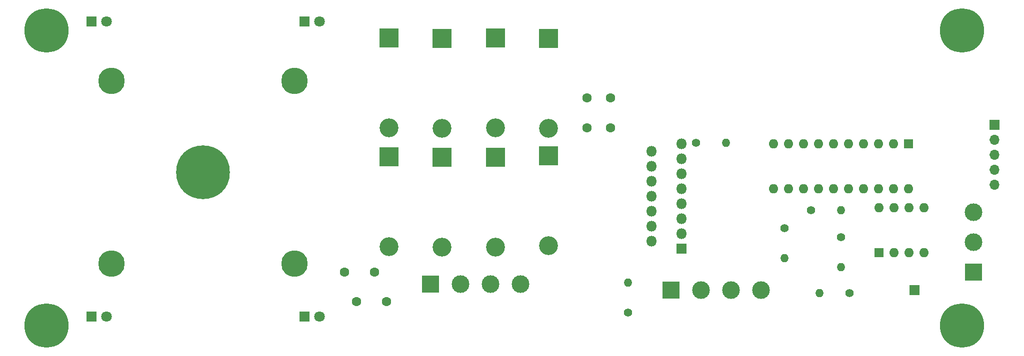
<source format=gbs>
G04 #@! TF.GenerationSoftware,KiCad,Pcbnew,(6.0.11)*
G04 #@! TF.CreationDate,2023-02-08T16:01:19+00:00*
G04 #@! TF.ProjectId,StepperDemoPCB,53746570-7065-4724-9465-6d6f5043422e,rev?*
G04 #@! TF.SameCoordinates,Original*
G04 #@! TF.FileFunction,Soldermask,Bot*
G04 #@! TF.FilePolarity,Negative*
%FSLAX46Y46*%
G04 Gerber Fmt 4.6, Leading zero omitted, Abs format (unit mm)*
G04 Created by KiCad (PCBNEW (6.0.11)) date 2023-02-08 16:01:19*
%MOMM*%
%LPD*%
G01*
G04 APERTURE LIST*
%ADD10C,7.500000*%
%ADD11C,9.100000*%
%ADD12C,4.500000*%
%ADD13C,1.600000*%
%ADD14C,1.400000*%
%ADD15O,1.400000X1.400000*%
%ADD16R,1.800000X1.800000*%
%ADD17C,1.800000*%
%ADD18R,1.700000X1.700000*%
%ADD19O,1.700000X1.700000*%
%ADD20R,3.200000X3.200000*%
%ADD21O,3.200000X3.200000*%
%ADD22R,3.000000X3.000000*%
%ADD23C,3.000000*%
%ADD24R,1.600000X1.600000*%
%ADD25O,1.600000X1.600000*%
%ADD26O,1.800000X1.800000*%
G04 APERTURE END LIST*
D10*
X40000000Y-94000000D03*
X40000000Y-44000000D03*
X195000000Y-94000000D03*
X195000000Y-44000000D03*
D11*
X66500000Y-68000000D03*
D12*
X51000000Y-52500000D03*
X82000000Y-52500000D03*
X51000000Y-83500000D03*
X82000000Y-83500000D03*
D13*
X97535000Y-90000000D03*
X92455000Y-90000000D03*
D14*
X169420000Y-74500000D03*
D15*
X174500000Y-74500000D03*
D16*
X47655000Y-92500000D03*
D17*
X50195000Y-92500000D03*
D13*
X135500000Y-60535000D03*
X135500000Y-55455000D03*
D18*
X200525000Y-59950000D03*
D19*
X200525000Y-62490000D03*
X200525000Y-65030000D03*
X200525000Y-67570000D03*
X200525000Y-70110000D03*
D18*
X187000000Y-88000000D03*
D13*
X131500000Y-60500000D03*
X131500000Y-55420000D03*
D14*
X175990000Y-88500000D03*
D15*
X170910000Y-88500000D03*
D20*
X98000000Y-65380000D03*
D21*
X98000000Y-80620000D03*
D20*
X125000000Y-65260000D03*
D21*
X125000000Y-80500000D03*
D22*
X105000000Y-87000000D03*
D23*
X110080000Y-87000000D03*
X115160000Y-87000000D03*
X120240000Y-87000000D03*
D16*
X83670000Y-92500000D03*
D17*
X86210000Y-92500000D03*
D20*
X98000000Y-45260000D03*
D21*
X98000000Y-60500000D03*
D22*
X145760000Y-88000000D03*
D23*
X150840000Y-88000000D03*
X155920000Y-88000000D03*
X161000000Y-88000000D03*
D22*
X197000000Y-85000000D03*
D23*
X197000000Y-79920000D03*
X197000000Y-74840000D03*
D20*
X116000000Y-65500000D03*
D21*
X116000000Y-80740000D03*
D20*
X125000000Y-45380000D03*
D21*
X125000000Y-60620000D03*
D20*
X107000000Y-45380000D03*
D21*
X107000000Y-60620000D03*
D14*
X165000000Y-77500000D03*
D15*
X165000000Y-82580000D03*
D16*
X83670000Y-42500000D03*
D17*
X86210000Y-42500000D03*
D14*
X138500000Y-91840000D03*
D15*
X138500000Y-86760000D03*
D14*
X150000000Y-63000000D03*
D15*
X155080000Y-63000000D03*
D24*
X185925000Y-63200000D03*
D25*
X183385000Y-63200000D03*
X180845000Y-63200000D03*
X178305000Y-63200000D03*
X175765000Y-63200000D03*
X173225000Y-63200000D03*
X170685000Y-63200000D03*
X168145000Y-63200000D03*
X165605000Y-63200000D03*
X163065000Y-63200000D03*
X163065000Y-70820000D03*
X165605000Y-70820000D03*
X168145000Y-70820000D03*
X170685000Y-70820000D03*
X173225000Y-70820000D03*
X175765000Y-70820000D03*
X178305000Y-70820000D03*
X180845000Y-70820000D03*
X183385000Y-70820000D03*
X185925000Y-70820000D03*
X180960000Y-74000000D03*
X183500000Y-74000000D03*
X186040000Y-74000000D03*
X188580000Y-74000000D03*
X188580000Y-81620000D03*
X186040000Y-81620000D03*
X183500000Y-81620000D03*
D24*
X180960000Y-81620000D03*
D20*
X107000000Y-65500000D03*
D21*
X107000000Y-80740000D03*
D20*
X116000000Y-45260000D03*
D21*
X116000000Y-60500000D03*
D14*
X174500000Y-79000000D03*
D15*
X174500000Y-84080000D03*
D16*
X47605000Y-42500000D03*
D17*
X50145000Y-42500000D03*
D13*
X90455000Y-85000000D03*
X95535000Y-85000000D03*
D16*
X147500000Y-81000000D03*
D26*
X142420000Y-79730000D03*
X147500000Y-78460000D03*
X142420000Y-77190000D03*
X147500000Y-75920000D03*
X142420000Y-74650000D03*
X147500000Y-73380000D03*
X142420000Y-72110000D03*
X147500000Y-70840000D03*
X142420000Y-69570000D03*
X147500000Y-68300000D03*
X142420000Y-67030000D03*
X147500000Y-65760000D03*
X142420000Y-64490000D03*
X147500000Y-63220000D03*
M02*

</source>
